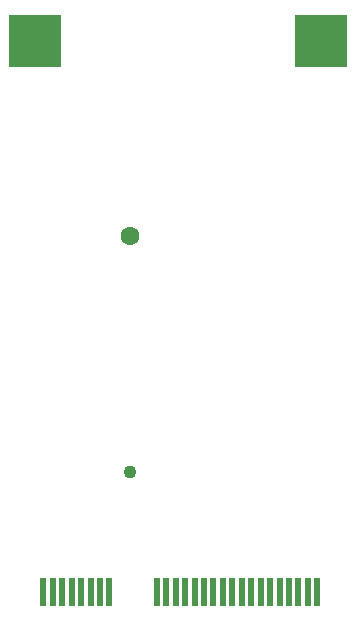
<source format=gbr>
%TF.GenerationSoftware,KiCad,Pcbnew,(6.0.1)*%
%TF.CreationDate,2022-01-21T21:00:35+01:00*%
%TF.ProjectId,apu-m2,6170752d-6d32-42e6-9b69-6361645f7063,rev?*%
%TF.SameCoordinates,Original*%
%TF.FileFunction,Soldermask,Bot*%
%TF.FilePolarity,Negative*%
%FSLAX46Y46*%
G04 Gerber Fmt 4.6, Leading zero omitted, Abs format (unit mm)*
G04 Created by KiCad (PCBNEW (6.0.1)) date 2022-01-21 21:00:35*
%MOMM*%
%LPD*%
G01*
G04 APERTURE LIST*
%ADD10R,0.600000X2.330000*%
%ADD11R,4.500000X4.500000*%
%ADD12C,1.600000*%
%ADD13C,1.100000*%
G04 APERTURE END LIST*
D10*
%TO.C,J1*%
X103525000Y-101815000D03*
X104325000Y-101815000D03*
X105125000Y-101815000D03*
X105925000Y-101815000D03*
X106725000Y-101815000D03*
X107525000Y-101815000D03*
X108325000Y-101815000D03*
X109125000Y-101815000D03*
X113125000Y-101815000D03*
X113925000Y-101815000D03*
X114725000Y-101815000D03*
X115525000Y-101815000D03*
X116325000Y-101815000D03*
X117125000Y-101815000D03*
X117925000Y-101815000D03*
X118725000Y-101815000D03*
X119525000Y-101815000D03*
X120325000Y-101815000D03*
X121125000Y-101815000D03*
X121925000Y-101815000D03*
X122725000Y-101815000D03*
X123525000Y-101815000D03*
X124325000Y-101815000D03*
X125125000Y-101815000D03*
X125925000Y-101815000D03*
X126725000Y-101815000D03*
D11*
X127025000Y-55150000D03*
X102825000Y-55150000D03*
%TD*%
D12*
%TO.C,J2*%
X110825000Y-71600000D03*
D13*
X110825000Y-91600000D03*
%TD*%
M02*

</source>
